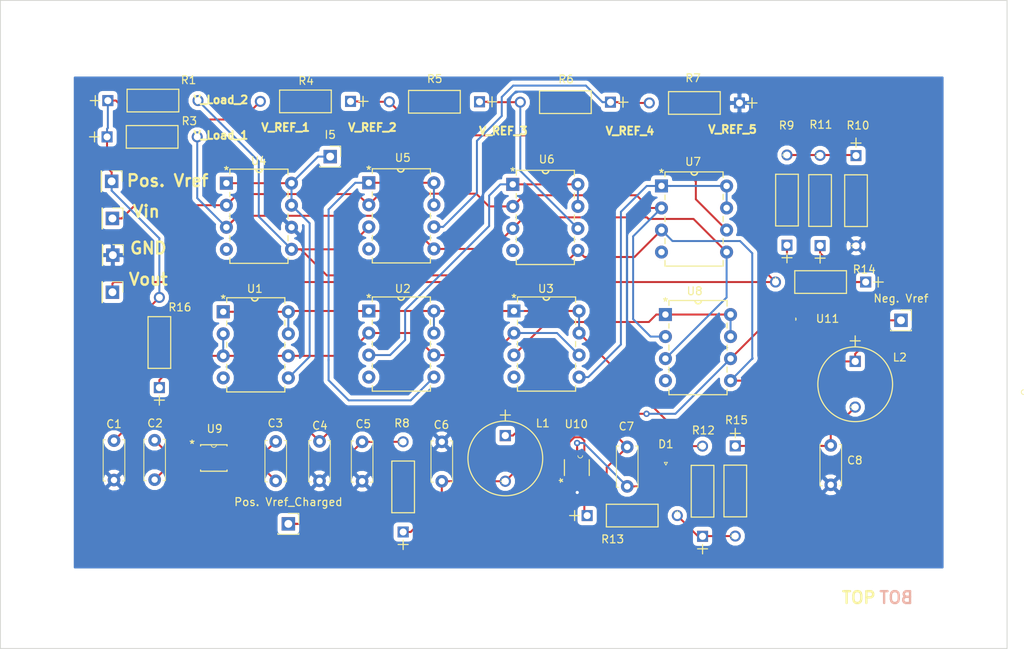
<source format=kicad_pcb>
(kicad_pcb (version 20171130) (host pcbnew "(5.0.1)-3")
  (layers (0 F.Cu signal) (31 B.Cu signal) (34 B.Paste user) (35 F.Paste user) (36 B.SilkS user) (37 F.SilkS user) (38 B.Mask user) (39 F.Mask user) (44 Edge.Cuts user))
  (net 0 "")
  (net 1 "Net-(C1-Pad1)")
  (net 2 GND)
  (net 3 "Net-(C2-Pad2)")
  (net 4 "Net-(C2-Pad1)")
  (net 5 "Net-(C3-Pad2)")
  (net 6 "Net-(C3-Pad1)")
  (net 7 /+Vref)
  (net 8 "Net-(C5-Pad1)")
  (net 9 "Net-(C6-Pad1)")
  (net 10 "Net-(C7-Pad1)")
  (net 11 "Net-(C7-Pad2)")
  (net 12 "Net-(C8-Pad1)")
  (net 13 "Net-(D1-Pad2)")
  (net 14 /Vin)
  (net 15 /-Vref)
  (net 16 /V_Load_2)
  (net 17 /V_Load_1)
  (net 18 /V_REF_2)
  (net 19 /V_REF_3)
  (net 20 /V_REF_4)
  (net 21 "Net-(R10-Pad1)")
  (net 22 "Net-(R11-Pad1)")
  (net 23 "Net-(R12-Pad1)")
  (net 24 "Net-(R13-Pad1)")
  (net 25 /Vout)
  (net 26 "Net-(U1-Pad4)")
  (net 27 "Net-(U2-Pad4)")
  (net 28 /I3)
  (net 29 /I1)
  (net 30 "Net-(U3-Pad4)")
  (net 31 /I2)
  (net 32 "Net-(U4-Pad4)")
  (net 33 "Net-(U5-Pad4)")
  (net 34 "Net-(U6-Pad4)")
  (net 35 "Net-(U7-Pad4)")
  (net 36 "Net-(U8-Pad4)")
  (net 37 /I5)
  (net 38 /I4)
  (net 39 /Vgate)
  (module footprints:ALD1101PAL (layer F.Cu) (at 113.9 53.2)
    (fp_text reference U7 (at -4.25 -11.45) (layer F.SilkS))
    (fp_text value ALD1101PAL hide)
    (fp_text user * (at -8.255 -9.9695) (layer F.SilkS))
    (pad 1 thru_hole rect (at -8.255 -8.382) (size 1.651 1.651) (drill 0.8128) (layers *.Cu *.Mask) (net 31 /I2))
    (pad 2 thru_hole circle (at -8.255 -5.588) (size 1.651 1.651) (drill 0.8128) (layers *.Cu *.Mask) (net 14 /Vin))
    (pad 3 thru_hole circle (at -8.255 -2.794) (size 1.651 1.651) (drill 0.8128) (layers *.Cu *.Mask) (net 16 /V_Load_2))
    (pad 4 thru_hole circle (at -8.255 0) (size 1.651 1.651) (drill 0.8128) (layers *.Cu *.Mask) (net 35 "Net-(U7-Pad4)"))
    (pad 5 thru_hole circle (at 0 0) (size 1.651 1.651) (drill 0.8128) (layers *.Cu *.Mask) (net 17 /V_Load_1))
    (pad 6 thru_hole circle (at 0 -2.794) (size 1.651 1.651) (drill 0.8128) (layers *.Cu *.Mask) (net 18 /V_REF_2))
    (pad 7 thru_hole circle (at 0 -5.588) (size 1.651 1.651) (drill 0.8128) (layers *.Cu *.Mask) (net 31 /I2))
    (pad 8 thru_hole circle (at 0 -8.382) (size 1.651 1.651) (drill 0.8128) (layers *.Cu *.Mask) (net 31 /I2))
  )
  (module footprints:large_resistor (layer F.Cu) (at 120.1 57 180)
    (fp_text reference R14 (at -11.25 1.6) (layer F.SilkS))
    (fp_text value 130k hide)
    (fp_text user * (at 0 0 180) (layer F.SilkS))
    (pad 1 thru_hole rect (at -11.43 0 180) (size 1.397 1.397) (drill 0.889) (layers *.Cu *.Mask) (net 22 "Net-(R11-Pad1)"))
    (pad 2 thru_hole circle (at 0 0 180) (size 1.397 1.397) (drill 0.889) (layers *.Cu *.Mask) (net 25 /Vout))
  )
  (module footprints:TLV6001IDCKR (layer F.Cu) (at 123.45 61.7 90)
    (fp_text reference U11 (at 0.05 3.25) (layer F.SilkS))
    (fp_text value TLV6001IDCKR hide)
    (pad 1 smd rect (at -1.0414 -0.6604 90) (size 1.1684 0.3556) (layers F.Cu F.Paste F.Mask) (net 16 /V_Load_2))
    (pad 2 smd rect (at -1.0414 0 90) (size 1.1684 0.3556) (layers F.Cu F.Paste F.Mask) (net 15 /-Vref))
    (pad 3 smd rect (at -1.0414 0.6604 90) (size 1.1684 0.3556) (layers F.Cu F.Paste F.Mask) (net 22 "Net-(R11-Pad1)"))
    (pad 4 smd rect (at 1.0414 0.6604 90) (size 1.1684 0.3556) (layers F.Cu F.Paste F.Mask) (net 25 /Vout))
    (pad 5 smd rect (at 1.0414 -0.6604 90) (size 1.1684 0.3556) (layers F.Cu F.Paste F.Mask) (net 7 /+Vref))
  )
  (module footprints:large_resistor (layer F.Cu) (at 121.55 40.9 90)
    (fp_text reference R9 (at 3.75 -0.05) (layer F.SilkS))
    (fp_text value 620 hide)
    (fp_text user * (at 0 0 90) (layer F.SilkS))
    (pad 1 thru_hole rect (at -11.43 0 90) (size 1.397 1.397) (drill 0.889) (layers *.Cu *.Mask) (net 7 /+Vref))
    (pad 2 thru_hole circle (at 0 0 90) (size 1.397 1.397) (drill 0.889) (layers *.Cu *.Mask) (net 21 "Net-(R10-Pad1)"))
  )
  (module Capacitor_THT:C_Disc_D5.0mm_W2.5mm_P5.00mm (layer F.Cu) (at 62.3 77.2 270)
    (fp_text reference C4 (at -2 -0.05) (layer F.SilkS))
    (fp_text value 10u)
    (pad 2 thru_hole circle (at 5 0 270) (size 1.6 1.6) (drill 0.8) (layers *.Cu *.Mask) (net 2 GND))
    (pad 1 thru_hole circle (at 0 0 270) (size 1.6 1.6) (drill 0.8) (layers *.Cu *.Mask) (net 7 /+Vref))
  )
  (module footprints:inductor (layer F.Cu) (at 85.85 82.25 270)
    (fp_text reference L1 (at -7.35 -4.75) (layer F.SilkS))
    (fp_text value 10u hide)
    (fp_text user * (at 0 0 270) (layer F.SilkS))
    (pad 1 thru_hole rect (at -5.7912 0 270) (size 1.4224 1.4224) (drill 0.9144) (layers *.Cu *.Mask) (net 11 "Net-(C7-Pad2)"))
    (pad 2 thru_hole circle (at 0 0 270) (size 1.4224 1.4224) (drill 0.9144) (layers *.Cu *.Mask) (net 9 "Net-(C6-Pad1)"))
  )
  (module footprints:large_resistor (layer F.Cu) (at 107.65 86.6)
    (fp_text reference R13 (at -8.2 3 180) (layer F.SilkS))
    (fp_text value 100k hide)
    (fp_text user * (at 0 0) (layer F.SilkS))
    (pad 1 thru_hole rect (at -11.43 0) (size 1.397 1.397) (drill 0.889) (layers *.Cu *.Mask) (net 24 "Net-(R13-Pad1)"))
    (pad 2 thru_hole circle (at 0 0) (size 1.397 1.397) (drill 0.889) (layers *.Cu *.Mask) (net 23 "Net-(R12-Pad1)"))
  )
  (module footprints:ALD1101PAL (layer F.Cu) (at 95.05 53)
    (fp_text reference U6 (at -3.95 -11.55) (layer F.SilkS))
    (fp_text value ALD1101PAL hide)
    (fp_text user * (at -8.255 -9.9695) (layer F.SilkS))
    (pad 1 thru_hole rect (at -8.255 -8.382) (size 1.651 1.651) (drill 0.8128) (layers *.Cu *.Mask) (net 28 /I3))
    (pad 2 thru_hole circle (at -8.255 -5.588) (size 1.651 1.651) (drill 0.8128) (layers *.Cu *.Mask) (net 14 /Vin))
    (pad 3 thru_hole circle (at -8.255 -2.794) (size 1.651 1.651) (drill 0.8128) (layers *.Cu *.Mask) (net 17 /V_Load_1))
    (pad 4 thru_hole circle (at -8.255 0) (size 1.651 1.651) (drill 0.8128) (layers *.Cu *.Mask) (net 34 "Net-(U6-Pad4)"))
    (pad 5 thru_hole circle (at 0 0) (size 1.651 1.651) (drill 0.8128) (layers *.Cu *.Mask) (net 16 /V_Load_2))
    (pad 6 thru_hole circle (at 0 -2.794) (size 1.651 1.651) (drill 0.8128) (layers *.Cu *.Mask) (net 19 /V_REF_3))
    (pad 7 thru_hole circle (at 0 -5.588) (size 1.651 1.651) (drill 0.8128) (layers *.Cu *.Mask) (net 28 /I3))
    (pad 8 thru_hole circle (at 0 -8.382) (size 1.651 1.651) (drill 0.8128) (layers *.Cu *.Mask) (net 28 /I3))
  )
  (module footprints:large_resistor (layer F.Cu) (at 42 58.95 90)
    (fp_text reference R16 (at -1.25 2.6 180) (layer F.SilkS))
    (fp_text value 15k hide)
    (pad 1 thru_hole rect (at -11.43 0 90) (size 1.397 1.397) (drill 0.889) (layers *.Cu *.Mask) (net 39 /Vgate))
    (pad 2 thru_hole circle (at 0 0 90) (size 1.397 1.397) (drill 0.889) (layers *.Cu *.Mask) (net 7 /+Vref))
  )
  (module footprints:ALD1101PAL (layer F.Cu) (at 58.75 52.85)
    (fp_text reference U4 (at -4.15 -11.2) (layer F.SilkS))
    (fp_text value ALD1101PAL hide)
    (fp_text user * (at -8.255 -9.9695) (layer F.SilkS))
    (pad 1 thru_hole rect (at -8.255 -8.382) (size 1.651 1.651) (drill 0.8128) (layers *.Cu *.Mask) (net 37 /I5))
    (pad 2 thru_hole circle (at -8.255 -5.588) (size 1.651 1.651) (drill 0.8128) (layers *.Cu *.Mask) (net 14 /Vin))
    (pad 3 thru_hole circle (at -8.255 -2.794) (size 1.651 1.651) (drill 0.8128) (layers *.Cu *.Mask) (net 17 /V_Load_1))
    (pad 4 thru_hole circle (at -8.255 0) (size 1.651 1.651) (drill 0.8128) (layers *.Cu *.Mask) (net 32 "Net-(U4-Pad4)"))
    (pad 5 thru_hole circle (at 0 0) (size 1.651 1.651) (drill 0.8128) (layers *.Cu *.Mask) (net 16 /V_Load_2))
    (pad 6 thru_hole circle (at 0 -2.794) (size 1.651 1.651) (drill 0.8128) (layers *.Cu *.Mask) (net 2 GND))
    (pad 7 thru_hole circle (at 0 -5.588) (size 1.651 1.651) (drill 0.8128) (layers *.Cu *.Mask) (net 37 /I5))
    (pad 8 thru_hole circle (at 0 -8.382) (size 1.651 1.651) (drill 0.8128) (layers *.Cu *.Mask) (net 37 /I5))
  )
  (module MountingHole:MountingHole_3mm (layer F.Cu) (at 27.35 26.9)
    (fp_text reference MHL4 hide)
    (fp_text value MH4)
    (pad "" np_thru_hole circle (at 0 0) (size 3.175 3.175) (drill 3.175) (layers *.Cu *.Mask))
  )
  (module MountingHole:MountingHole_3mm (layer F.Cu) (at 27.35 97.9)
    (fp_text reference MHL3 hide)
    (fp_text value MH3)
    (pad "" np_thru_hole circle (at 0 0) (size 3.175 3.175) (drill 3.175) (layers *.Cu *.Mask))
  )
  (module MountingHole:MountingHole_3mm (layer F.Cu) (at 143.85 97.9)
    (fp_text reference MHL2 hide)
    (fp_text value MH2)
    (pad "" np_thru_hole circle (at 0 0) (size 3.175 3.175) (drill 3.175) (layers *.Cu *.Mask))
  )
  (module MountingHole:MountingHole_3mm (layer F.Cu) (at 143.85 26.9)
    (fp_text reference MHL1 hide)
    (fp_text value MH1)
    (pad "" np_thru_hole circle (at 0 0) (size 3.175 3.175) (drill 3.175) (layers *.Cu *.Mask))
  )
  (module Capacitor_THT:C_Disc_D5.0mm_W2.5mm_P5.00mm (layer F.Cu) (at 36.25 77.1 270)
    (fp_text reference C1 (at -2.1 0) (layer F.SilkS))
    (fp_text value 10u)
    (pad 2 thru_hole circle (at 5 0 270) (size 1.6 1.6) (drill 0.8) (layers *.Cu *.Mask) (net 2 GND))
    (pad 1 thru_hole circle (at 0 0 270) (size 1.6 1.6) (drill 0.8) (layers *.Cu *.Mask) (net 1 "Net-(C1-Pad1)"))
  )
  (module Capacitor_THT:C_Disc_D5.0mm_W2.5mm_P5.00mm (layer F.Cu) (at 41.4 77.05 270)
    (fp_text reference C2 (at -2.15 -0.05) (layer F.SilkS))
    (fp_text value 1u)
    (pad 2 thru_hole circle (at 5 0 270) (size 1.6 1.6) (drill 0.8) (layers *.Cu *.Mask) (net 3 "Net-(C2-Pad2)"))
    (pad 1 thru_hole circle (at 0 0 270) (size 1.6 1.6) (drill 0.8) (layers *.Cu *.Mask) (net 4 "Net-(C2-Pad1)"))
  )
  (module Capacitor_THT:C_Disc_D5.0mm_W2.5mm_P5.00mm (layer F.Cu) (at 56.75 77.2 270)
    (fp_text reference C3 (at -2.3 0.05) (layer F.SilkS))
    (fp_text value 1u)
    (pad 2 thru_hole circle (at 5 0 270) (size 1.6 1.6) (drill 0.8) (layers *.Cu *.Mask) (net 5 "Net-(C3-Pad2)"))
    (pad 1 thru_hole circle (at 0 0 270) (size 1.6 1.6) (drill 0.8) (layers *.Cu *.Mask) (net 6 "Net-(C3-Pad1)"))
  )
  (module Capacitor_THT:C_Disc_D5.0mm_W2.5mm_P5.00mm (layer F.Cu) (at 67.7 77.25 270)
    (fp_text reference C5 (at -2.25 -0.15) (layer F.SilkS))
    (fp_text value 4.7u)
    (pad 2 thru_hole circle (at 5 0 270) (size 1.6 1.6) (drill 0.8) (layers *.Cu *.Mask) (net 2 GND))
    (pad 1 thru_hole circle (at 0 0 270) (size 1.6 1.6) (drill 0.8) (layers *.Cu *.Mask) (net 8 "Net-(C5-Pad1)"))
  )
  (module Capacitor_THT:C_Disc_D5.0mm_W2.5mm_P5.00mm (layer F.Cu) (at 77.8 82.25 90)
    (fp_text reference C6 (at 7.15 -0.05 180) (layer F.SilkS))
    (fp_text value 4.7u)
    (pad 2 thru_hole circle (at 5 0 90) (size 1.6 1.6) (drill 0.8) (layers *.Cu *.Mask) (net 2 GND))
    (pad 1 thru_hole circle (at 0 0 90) (size 1.6 1.6) (drill 0.8) (layers *.Cu *.Mask) (net 9 "Net-(C6-Pad1)"))
  )
  (module Capacitor_THT:C_Disc_D5.0mm_W2.5mm_P5.00mm (layer F.Cu) (at 101.3 82.9 90)
    (fp_text reference C7 (at 7.6 -0.1 180) (layer F.SilkS))
    (fp_text value 270n)
    (pad 2 thru_hole circle (at 5 0 90) (size 1.6 1.6) (drill 0.8) (layers *.Cu *.Mask) (net 11 "Net-(C7-Pad2)"))
    (pad 1 thru_hole circle (at 0 0 90) (size 1.6 1.6) (drill 0.8) (layers *.Cu *.Mask) (net 10 "Net-(C7-Pad1)"))
  )
  (module Capacitor_THT:C_Disc_D5.0mm_W2.5mm_P5.00mm (layer F.Cu) (at 127.1 77.7 270)
    (fp_text reference C8 (at 1.9 -3.05) (layer F.SilkS))
    (fp_text value 10u)
    (pad 2 thru_hole circle (at 5 0 270) (size 1.6 1.6) (drill 0.8) (layers *.Cu *.Mask) (net 2 GND))
    (pad 1 thru_hole circle (at 0 0 270) (size 1.6 1.6) (drill 0.8) (layers *.Cu *.Mask) (net 12 "Net-(C8-Pad1)"))
  )
  (module footprints:PMEG2005EB,115 (layer F.Cu) (at 106.2 80.05 270)
    (fp_text reference D1 (at -2.5 0) (layer F.SilkS))
    (fp_text value PMEG2005EB,115 hide)
    (pad 1 smd rect (at 0.55 0 270) (size 0.7 0.5) (layers F.Cu F.Paste F.Mask) (net 10 "Net-(C7-Pad1)"))
    (pad 2 smd rect (at -0.55 0 270) (size 0.7 0.5) (layers F.Cu F.Paste F.Mask) (net 13 "Net-(D1-Pad2)"))
  )
  (module Connector_PinHeader_2.54mm:PinHeader_1x01_P2.54mm_Vertical (layer F.Cu) (at 36.0516 48.9366 270)
    (fp_text reference J1 hide)
    (fp_text value Conn_01x01_Male)
    (pad 1 thru_hole rect (at 0 0 270) (size 1.7 1.7) (drill 1) (layers *.Cu *.Mask) (net 14 /Vin))
  )
  (module Connector_PinHeader_2.54mm:PinHeader_1x01_P2.54mm_Vertical (layer F.Cu) (at 35.9516 44.2366 270)
    (fp_text reference J2 hide)
    (fp_text value Conn_01x01_Male)
    (pad 1 thru_hole rect (at 0 0 270) (size 1.7 1.7) (drill 1) (layers *.Cu *.Mask) (net 7 /+Vref))
  )
  (module Connector_PinHeader_2.54mm:PinHeader_1x01_P2.54mm_Vertical (layer F.Cu) (at 36.0516 58.2866 270)
    (fp_text reference J3 hide)
    (fp_text value Conn_01x01_Male)
    (pad 1 thru_hole rect (at 0 0 270) (size 1.7 1.7) (drill 1) (layers *.Cu *.Mask) (net 25 /Vout))
  )
  (module Connector_PinHeader_2.54mm:PinHeader_1x01_P2.54mm_Vertical (layer F.Cu) (at 36.1016 53.5866 270)
    (fp_text reference J4 hide)
    (fp_text value Conn_01x01_Male)
    (pad 1 thru_hole rect (at 0 0 270) (size 1.7 1.7) (drill 1) (layers *.Cu *.Mask) (net 2 GND))
  )
  (module footprints:inductor (layer F.Cu) (at 130.2 72.85 270)
    (fp_text reference L2 (at -6.3 -5.65) (layer F.SilkS))
    (fp_text value 10u hide)
    (fp_text user * (at 0 0 270) (layer F.SilkS))
    (pad 1 thru_hole rect (at -5.7912 0 270) (size 1.4224 1.4224) (drill 0.9144) (layers *.Cu *.Mask) (net 15 /-Vref))
    (pad 2 thru_hole circle (at 0 0 270) (size 1.4224 1.4224) (drill 0.9144) (layers *.Cu *.Mask) (net 12 "Net-(C8-Pad1)"))
  )
  (module footprints:large_resistor (layer F.Cu) (at 46.9 34)
    (fp_text reference R1 (at -1.2 -2.6) (layer F.SilkS))
    (fp_text value 3k hide)
    (pad 1 thru_hole rect (at -11.43 0) (size 1.397 1.397) (drill 0.889) (layers *.Cu *.Mask) (net 7 /+Vref))
    (pad 2 thru_hole circle (at 0 0) (size 1.397 1.397) (drill 0.889) (layers *.Cu *.Mask) (net 16 /V_Load_2))
  )
  (module footprints:large_resistor (layer F.Cu) (at 46.8 38.6)
    (fp_text reference R3 (at -1 -2) (layer F.SilkS))
    (fp_text value 3k hide)
    (pad 1 thru_hole rect (at -11.43 0) (size 1.397 1.397) (drill 0.889) (layers *.Cu *.Mask) (net 7 /+Vref))
    (pad 2 thru_hole circle (at 0 0) (size 1.397 1.397) (drill 0.889) (layers *.Cu *.Mask) (net 17 /V_Load_1))
  )
  (module footprints:large_resistor (layer F.Cu) (at 54.8 34.1 180)
    (fp_text reference R4 (at -5.8 2.6 180) (layer F.SilkS))
    (fp_text value 1k hide)
    (pad 1 thru_hole rect (at -11.43 0 180) (size 1.397 1.397) (drill 0.889) (layers *.Cu *.Mask) (net 18 /V_REF_2))
    (pad 2 thru_hole circle (at 0 0 180) (size 1.397 1.397) (drill 0.889) (layers *.Cu *.Mask) (net 7 /+Vref))
  )
  (module footprints:large_resistor (layer F.Cu) (at 71.15 34.15 180)
    (fp_text reference R5 (at -5.75 2.9 180) (layer F.SilkS))
    (fp_text value 1k hide)
    (pad 1 thru_hole rect (at -11.43 0 180) (size 1.397 1.397) (drill 0.889) (layers *.Cu *.Mask) (net 19 /V_REF_3))
    (pad 2 thru_hole circle (at 0 0 180) (size 1.397 1.397) (drill 0.889) (layers *.Cu *.Mask) (net 18 /V_REF_2))
  )
  (module footprints:large_resistor (layer F.Cu) (at 87.75 34.2 180)
    (fp_text reference R6 (at -5.8 2.9 180) (layer F.SilkS))
    (fp_text value 1k hide)
    (pad 1 thru_hole rect (at -11.43 0 180) (size 1.397 1.397) (drill 0.889) (layers *.Cu *.Mask) (net 20 /V_REF_4))
    (pad 2 thru_hole circle (at 0 0 180) (size 1.397 1.397) (drill 0.889) (layers *.Cu *.Mask) (net 19 /V_REF_3))
  )
  (module footprints:large_resistor (layer F.Cu) (at 104.1 34.3 180)
    (fp_text reference R7 (at -5.55 3.15 180) (layer F.SilkS))
    (fp_text value 1k hide)
    (pad 1 thru_hole rect (at -11.43 0 180) (size 1.397 1.397) (drill 0.889) (layers *.Cu *.Mask) (net 2 GND))
    (pad 2 thru_hole circle (at 0 0 180) (size 1.397 1.397) (drill 0.889) (layers *.Cu *.Mask) (net 20 /V_REF_4))
  )
  (module footprints:large_resistor (layer F.Cu) (at 72.9 77.25 90)
    (fp_text reference R8 (at 2.35 -0.15 180) (layer F.SilkS))
    (fp_text value 10 hide)
    (fp_text user * (at 0 0 90) (layer F.SilkS))
    (pad 1 thru_hole rect (at -11.43 0 90) (size 1.397 1.397) (drill 0.889) (layers *.Cu *.Mask) (net 9 "Net-(C6-Pad1)"))
    (pad 2 thru_hole circle (at 0 0 90) (size 1.397 1.397) (drill 0.889) (layers *.Cu *.Mask) (net 8 "Net-(C5-Pad1)"))
  )
  (module footprints:large_resistor (layer F.Cu) (at 130.3 52.4 270)
    (fp_text reference R10 (at -15.25 -0.25 180) (layer F.SilkS))
    (fp_text value 510 hide)
    (fp_text user * (at 0 0 270) (layer F.SilkS))
    (pad 1 thru_hole rect (at -11.43 0 270) (size 1.397 1.397) (drill 0.889) (layers *.Cu *.Mask) (net 21 "Net-(R10-Pad1)"))
    (pad 2 thru_hole circle (at 0 0 270) (size 1.397 1.397) (drill 0.889) (layers *.Cu *.Mask) (net 2 GND))
  )
  (module footprints:large_resistor (layer F.Cu) (at 125.75 40.95 90)
    (fp_text reference R11 (at 3.9 0.1) (layer F.SilkS))
    (fp_text value 10k hide)
    (fp_text user * (at 0 0 90) (layer F.SilkS))
    (pad 1 thru_hole rect (at -11.43 0 90) (size 1.397 1.397) (drill 0.889) (layers *.Cu *.Mask) (net 22 "Net-(R11-Pad1)"))
    (pad 2 thru_hole circle (at 0 0 90) (size 1.397 1.397) (drill 0.889) (layers *.Cu *.Mask) (net 21 "Net-(R10-Pad1)"))
  )
  (module footprints:large_resistor (layer F.Cu) (at 110.85 77.8 90)
    (fp_text reference R12 (at 2 0.1 180) (layer F.SilkS))
    (fp_text value 10 hide)
    (fp_text user * (at 0 0 90) (layer F.SilkS))
    (pad 1 thru_hole rect (at -11.43 0 90) (size 1.397 1.397) (drill 0.889) (layers *.Cu *.Mask) (net 23 "Net-(R12-Pad1)"))
    (pad 2 thru_hole circle (at 0 0 90) (size 1.397 1.397) (drill 0.889) (layers *.Cu *.Mask) (net 13 "Net-(D1-Pad2)"))
  )
  (module footprints:large_resistor (layer F.Cu) (at 115 89.2 270)
    (fp_text reference R15 (at -14.7 -0.15) (layer F.SilkS))
    (fp_text value 1 hide)
    (fp_text user * (at 0 0 270) (layer F.SilkS))
    (pad 1 thru_hole rect (at -11.43 0 270) (size 1.397 1.397) (drill 0.889) (layers *.Cu *.Mask) (net 12 "Net-(C8-Pad1)"))
    (pad 2 thru_hole circle (at 0 0 270) (size 1.397 1.397) (drill 0.889) (layers *.Cu *.Mask) (net 23 "Net-(R12-Pad1)"))
  )
  (module footprints:ALD1101PAL (layer F.Cu) (at 58.35 69.15)
    (fp_text reference U1 (at -4.25 -11.3) (layer F.SilkS))
    (fp_text value ALD1101PAL hide)
    (fp_text user * (at -8.255 -9.9695) (layer F.SilkS))
    (pad 1 thru_hole rect (at -8.255 -8.382) (size 1.651 1.651) (drill 0.8128) (layers *.Cu *.Mask) (net 15 /-Vref))
    (pad 2 thru_hole circle (at -8.255 -5.588) (size 1.651 1.651) (drill 0.8128) (layers *.Cu *.Mask) (net 39 /Vgate))
    (pad 3 thru_hole circle (at -8.255 -2.794) (size 1.651 1.651) (drill 0.8128) (layers *.Cu *.Mask) (net 39 /Vgate))
    (pad 4 thru_hole circle (at -8.255 0) (size 1.651 1.651) (drill 0.8128) (layers *.Cu *.Mask) (net 26 "Net-(U1-Pad4)"))
    (pad 5 thru_hole circle (at 0 0) (size 1.651 1.651) (drill 0.8128) (layers *.Cu *.Mask) (net 37 /I5))
    (pad 6 thru_hole circle (at 0 -2.794) (size 1.651 1.651) (drill 0.8128) (layers *.Cu *.Mask) (net 39 /Vgate))
    (pad 7 thru_hole circle (at 0 -5.588) (size 1.651 1.651) (drill 0.8128) (layers *.Cu *.Mask) (net 15 /-Vref))
    (pad 8 thru_hole circle (at 0 -8.382) (size 1.651 1.651) (drill 0.8128) (layers *.Cu *.Mask) (net 15 /-Vref))
  )
  (module footprints:ALD1101PAL (layer F.Cu) (at 76.8 69.05)
    (fp_text reference U2 (at -3.95 -11.2) (layer F.SilkS))
    (fp_text value ALD1101PAL hide)
    (fp_text user * (at -8.255 -9.9695) (layer F.SilkS))
    (pad 1 thru_hole rect (at -8.255 -8.382) (size 1.651 1.651) (drill 0.8128) (layers *.Cu *.Mask) (net 15 /-Vref))
    (pad 2 thru_hole circle (at -8.255 -5.588) (size 1.651 1.651) (drill 0.8128) (layers *.Cu *.Mask) (net 39 /Vgate))
    (pad 3 thru_hole circle (at -8.255 -2.794) (size 1.651 1.651) (drill 0.8128) (layers *.Cu *.Mask) (net 28 /I3))
    (pad 4 thru_hole circle (at -8.255 0) (size 1.651 1.651) (drill 0.8128) (layers *.Cu *.Mask) (net 27 "Net-(U2-Pad4)"))
    (pad 5 thru_hole circle (at 0 0) (size 1.651 1.651) (drill 0.8128) (layers *.Cu *.Mask) (net 38 /I4))
    (pad 6 thru_hole circle (at 0 -2.794) (size 1.651 1.651) (drill 0.8128) (layers *.Cu *.Mask) (net 39 /Vgate))
    (pad 7 thru_hole circle (at 0 -5.588) (size 1.651 1.651) (drill 0.8128) (layers *.Cu *.Mask) (net 15 /-Vref))
    (pad 8 thru_hole circle (at 0 -8.382) (size 1.651 1.651) (drill 0.8128) (layers *.Cu *.Mask) (net 15 /-Vref))
  )
  (module footprints:ALD1101PAL (layer F.Cu) (at 95.2 69.05)
    (fp_text reference U3 (at -4.2 -11.2) (layer F.SilkS))
    (fp_text value ALD1101PAL hide)
    (fp_text user * (at -8.255 -9.9695) (layer F.SilkS))
    (pad 1 thru_hole rect (at -8.255 -8.382) (size 1.651 1.651) (drill 0.8128) (layers *.Cu *.Mask) (net 15 /-Vref))
    (pad 2 thru_hole circle (at -8.255 -5.588) (size 1.651 1.651) (drill 0.8128) (layers *.Cu *.Mask) (net 39 /Vgate))
    (pad 3 thru_hole circle (at -8.255 -2.794) (size 1.651 1.651) (drill 0.8128) (layers *.Cu *.Mask) (net 29 /I1))
    (pad 4 thru_hole circle (at -8.255 0) (size 1.651 1.651) (drill 0.8128) (layers *.Cu *.Mask) (net 30 "Net-(U3-Pad4)"))
    (pad 5 thru_hole circle (at 0 0) (size 1.651 1.651) (drill 0.8128) (layers *.Cu *.Mask) (net 31 /I2))
    (pad 6 thru_hole circle (at 0 -2.794) (size 1.651 1.651) (drill 0.8128) (layers *.Cu *.Mask) (net 39 /Vgate))
    (pad 7 thru_hole circle (at 0 -5.588) (size 1.651 1.651) (drill 0.8128) (layers *.Cu *.Mask) (net 15 /-Vref))
    (pad 8 thru_hole circle (at 0 -8.382) (size 1.651 1.651) (drill 0.8128) (layers *.Cu *.Mask) (net 15 /-Vref))
  )
  (module footprints:ALD1101PAL (layer F.Cu) (at 76.8 52.8)
    (fp_text reference U5 (at -3.95 -11.55) (layer F.SilkS))
    (fp_text value ALD1101PAL hide)
    (fp_text user * (at -8.255 -9.9695) (layer F.SilkS))
    (pad 1 thru_hole rect (at -8.255 -8.382) (size 1.651 1.651) (drill 0.8128) (layers *.Cu *.Mask) (net 38 /I4))
    (pad 2 thru_hole circle (at -8.255 -5.588) (size 1.651 1.651) (drill 0.8128) (layers *.Cu *.Mask) (net 14 /Vin))
    (pad 3 thru_hole circle (at -8.255 -2.794) (size 1.651 1.651) (drill 0.8128) (layers *.Cu *.Mask) (net 16 /V_Load_2))
    (pad 4 thru_hole circle (at -8.255 0) (size 1.651 1.651) (drill 0.8128) (layers *.Cu *.Mask) (net 33 "Net-(U5-Pad4)"))
    (pad 5 thru_hole circle (at 0 0) (size 1.651 1.651) (drill 0.8128) (layers *.Cu *.Mask) (net 17 /V_Load_1))
    (pad 6 thru_hole circle (at 0 -2.794) (size 1.651 1.651) (drill 0.8128) (layers *.Cu *.Mask) (net 20 /V_REF_4))
    (pad 7 thru_hole circle (at 0 -5.588) (size 1.651 1.651) (drill 0.8128) (layers *.Cu *.Mask) (net 38 /I4))
    (pad 8 thru_hole circle (at 0 -8.382) (size 1.651 1.651) (drill 0.8128) (layers *.Cu *.Mask) (net 38 /I4))
  )
  (module footprints:ALD1101PAL (layer F.Cu) (at 114.4 69.5)
    (fp_text reference U8 (at -4.55 -11.35) (layer F.SilkS))
    (fp_text value ALD1101PAL hide)
    (fp_text user * (at -8.255 -9.9695) (layer F.SilkS))
    (pad 1 thru_hole rect (at -8.255 -8.382) (size 1.651 1.651) (drill 0.8128) (layers *.Cu *.Mask) (net 29 /I1))
    (pad 2 thru_hole circle (at -8.255 -5.588) (size 1.651 1.651) (drill 0.8128) (layers *.Cu *.Mask) (net 14 /Vin))
    (pad 3 thru_hole circle (at -8.255 -2.794) (size 1.651 1.651) (drill 0.8128) (layers *.Cu *.Mask) (net 17 /V_Load_1))
    (pad 4 thru_hole circle (at -8.255 0) (size 1.651 1.651) (drill 0.8128) (layers *.Cu *.Mask) (net 36 "Net-(U8-Pad4)"))
    (pad 5 thru_hole circle (at 0 0) (size 1.651 1.651) (drill 0.8128) (layers *.Cu *.Mask) (net 16 /V_Load_2))
    (pad 6 thru_hole circle (at 0 -2.794) (size 1.651 1.651) (drill 0.8128) (layers *.Cu *.Mask) (net 7 /+Vref))
    (pad 7 thru_hole circle (at 0 -5.588) (size 1.651 1.651) (drill 0.8128) (layers *.Cu *.Mask) (net 29 /I1))
    (pad 8 thru_hole circle (at 0 -8.382) (size 1.651 1.651) (drill 0.8128) (layers *.Cu *.Mask) (net 29 /I1))
  )
  (module footprints:LTC1502CMS8-3.3-PBF (layer F.Cu) (at 48.9 79.3)
    (fp_text reference U9 (at 0.1 -3.7) (layer F.SilkS))
    (fp_text value LTC1502CMS8-3.3-PBF hide)
    (fp_text user * (at -2.7559 -1.7272) (layer F.SilkS))
    (pad 1 smd rect (at -2.2098 -0.974999) (size 1.397 0.4318) (layers F.Cu F.Paste F.Mask) (net 1 "Net-(C1-Pad1)"))
    (pad 2 smd rect (at -2.2098 -0.325001) (size 1.397 0.4318) (layers F.Cu F.Paste F.Mask) (net 4 "Net-(C2-Pad1)"))
    (pad 3 smd rect (at -2.2098 0.325001) (size 1.397 0.4318) (layers F.Cu F.Paste F.Mask) (net 3 "Net-(C2-Pad2)"))
    (pad 4 smd rect (at -2.2098 0.974999) (size 1.397 0.4318) (layers F.Cu F.Paste F.Mask) (net 2 GND))
    (pad 5 smd rect (at 2.2098 0.974999) (size 1.397 0.4318) (layers F.Cu F.Paste F.Mask) (net 7 /+Vref))
    (pad 6 smd rect (at 2.2098 0.325001) (size 1.397 0.4318) (layers F.Cu F.Paste F.Mask) (net 5 "Net-(C3-Pad2)"))
    (pad 7 smd rect (at 2.2098 -0.325001) (size 1.397 0.4318) (layers F.Cu F.Paste F.Mask) (net 6 "Net-(C3-Pad1)"))
    (pad 8 smd rect (at 2.2098 -0.974999) (size 1.397 0.4318) (layers F.Cu F.Paste F.Mask) (net 8 "Net-(C5-Pad1)"))
  )
  (module footprints:LT3483IS6-TRMPBF (layer F.Cu) (at 94.915942 80.521208 90)
    (fp_text reference U10 (at 5.521208 -0.065942) (layer F.SilkS))
    (fp_text value LT3483IS6-TRMPBF hide)
    (fp_text user * (at -1.6256 -1.6891 90) (layer F.SilkS))
    (pad 1 smd rect (at -1.143 -0.950001 90) (size 1.2192 0.508) (layers F.Cu F.Paste F.Mask) (net 11 "Net-(C7-Pad2)"))
    (pad 2 smd rect (at -1.143 0 90) (size 1.2192 0.508) (layers F.Cu F.Paste F.Mask) (net 2 GND))
    (pad 3 smd rect (at -1.143 0.950001 90) (size 1.2192 0.508) (layers F.Cu F.Paste F.Mask) (net 24 "Net-(R13-Pad1)"))
    (pad 4 smd rect (at 1.143 0.950001 90) (size 1.2192 0.508) (layers F.Cu F.Paste F.Mask) (net 9 "Net-(C6-Pad1)"))
    (pad 5 smd rect (at 1.143 0 90) (size 1.2192 0.508) (layers F.Cu F.Paste F.Mask) (net 10 "Net-(C7-Pad1)"))
    (pad 6 smd rect (at 1.143 -0.950001 90) (size 1.2192 0.508) (layers F.Cu F.Paste F.Mask) (net 9 "Net-(C6-Pad1)"))
  )
  (module Connector_PinSocket_2.54mm:PinSocket_1x01_P2.54mm_Vertical (layer F.Cu) (at 136 61.85)
    (fp_text reference "Neg. Vref" (at 0 -2.77) (layer F.SilkS))
    (fp_text value Conn_01x01_Male)
    (pad 1 thru_hole rect (at 0 0) (size 1.7 1.7) (drill 1) (layers *.Cu *.Mask) (net 15 /-Vref))
  )
  (module Connector_PinSocket_2.54mm:PinSocket_1x01_P2.54mm_Vertical (layer F.Cu) (at 63.65 41.1)
    (fp_text reference I5 (at 0 -2.77) (layer F.SilkS))
    (fp_text value Conn_01x01_Male hide)
    (pad 1 thru_hole rect (at 0 0) (size 1.7 1.7) (drill 1) (layers *.Cu *.Mask) (net 37 /I5))
  )
  (module Connector_PinSocket_2.54mm:PinSocket_1x01_P2.54mm_Vertical (layer F.Cu) (at 58.35 87.65)
    (fp_text reference "Pos. Vref_Charged" (at 0 -2.77) (layer F.SilkS))
    (fp_text value Conn_01x01_Male)
    (pad 1 thru_hole rect (at 0 0) (size 1.7 1.7) (drill 1) (layers *.Cu *.Mask) (net 8 "Net-(C5-Pad1)"))
  )
  (gr_line (start 21.85 103.45) (end 21.85 21.3) (layer Edge.Cuts) (width 0.1))
  (gr_line (start 149.45 103.45) (end 21.85 103.45) (layer Edge.Cuts) (width 0.1))
  (gr_line (start 149.45 21.3) (end 149.45 103.45) (layer Edge.Cuts) (width 0.1))
  (gr_line (start 21.85 21.3) (end 149.45 21.3) (layer Edge.Cuts) (width 0.1))
  (gr_arc (start 151.55 70.95) (end 151.55 70.65) (angle -180) (layer F.SilkS) (width 0.1))
  (gr_line (start 106.2 80.2) (end 106 79.85) (layer F.SilkS) (width 0.1))
  (gr_line (start 106.4 79.85) (end 106.2 80.2) (layer F.SilkS) (width 0.1))
  (gr_line (start 106 79.85) (end 106.4 79.85) (layer F.SilkS) (width 0.1))
  (gr_arc (start 48.9 77.6) (end 48.55 77.6) (angle -180) (layer F.SilkS) (width 0.1))
  (gr_arc (start 95.35 79) (end 95.05 79) (angle -180) (layer F.SilkS) (width 0.1))
  (gr_text V_Load_1 (at 49.8 38.4) (layer F.SilkS) (effects (font (size 1 1) (thickness 0.25))))
  (gr_text V_Load_2 (at 49.8 33.9) (layer F.SilkS) (effects (font (size 1 1) (thickness 0.25))))
  (gr_text V_REF_5 (at 114.65 37.65) (layer F.SilkS) (effects (font (size 1 1) (thickness 0.25))))
  (gr_text V_REF_4 (at 101.65 37.85) (layer F.SilkS) (effects (font (size 1 1) (thickness 0.25))))
  (gr_text V_REF_3 (at 85.6 37.85) (layer F.SilkS) (effects (font (size 1 1) (thickness 0.25))))
  (gr_text V_REF_2 (at 69 37.4) (layer F.SilkS) (effects (font (size 1 1) (thickness 0.25))))
  (gr_text V_REF_1 (at 58 37.4) (layer F.SilkS) (effects (font (size 1 1) (thickness 0.25))))
  (gr_text Vout (at 40.6 56.65) (layer F.SilkS) (effects (font (size 1.5 1.5) (thickness 0.3))))
  (gr_text GND (at 40.6 52.7) (layer F.SilkS) (effects (font (size 1.5 1.5) (thickness 0.3))))
  (gr_text Vin (at 40.35 48.05) (layer F.SilkS) (effects (font (size 1.5 1.5) (thickness 0.3))))
  (gr_text "Pos. Vref" (at 43.05 44.15) (layer F.SilkS) (effects (font (size 1.5 1.5) (thickness 0.3))))
  (gr_arc (start 109.8 43.05) (end 109.4 43.1) (angle -165.7499673) (layer F.SilkS) (width 0.2))
  (gr_arc (start 110.3 59.35) (end 109.9 59.4) (angle -165.7499673) (layer F.SilkS) (width 0.2))
  (gr_arc (start 91.05 58.9) (end 90.65 58.95) (angle -165.7499673) (layer F.SilkS) (width 0.2))
  (gr_arc (start 54.1 59) (end 53.7 59.05) (angle -165.7499673) (layer F.SilkS) (width 0.2))
  (gr_arc (start 90.95 42.85) (end 90.55 42.9) (angle -165.7499673) (layer F.SilkS) (width 0.2))
  (gr_arc (start 72.6 42.65) (end 72.2 42.7) (angle -165.7499673) (layer F.SilkS) (width 0.2))
  (gr_arc (start 54.65 42.7) (end 54.25 42.75) (angle -165.7499673) (layer F.SilkS) (width 0.2))
  (gr_arc (start 72.65 58.9) (end 72.25 58.95) (angle -165.7499673) (layer F.SilkS) (width 0.2))
  (gr_text BOT (at 135.4 97) (layer B.SilkS) (effects (font (size 1.5 1.5) (thickness 0.3)) (justify mirror)))
  (gr_text TOP (at 130.65 97) (layer F.SilkS) (effects (font (size 1.5 1.5) (thickness 0.3))))
  (segment (start 46.6902 77.859101) (end 46.6902 78.325001) (width 0.25) (layer F.Cu) (net 1))
  (segment (start 42.431099 73.6) (end 46.6902 77.859101) (width 0.25) (layer F.Cu) (net 1))
  (segment (start 39.75 73.6) (end 42.431099 73.6) (width 0.25) (layer F.Cu) (net 1))
  (segment (start 36.25 77.1) (end 39.75 73.6) (width 0.25) (layer F.Cu) (net 1))
  (segment (start 62.35 82.25) (end 62.3 82.2) (width 0.25) (layer F.Cu) (net 2))
  (segment (start 126.7477 82.7) (end 127.1 82.7) (width 0.25) (layer F.Cu) (net 2))
  (segment (start 36.25 82.1) (end 36.25 82.2) (width 0.25) (layer F.Cu) (net 2))
  (segment (start 58.656 50.15) (end 58.75 50.056) (width 0.25) (layer F.Cu) (net 2))
  (segment (start 46.6902 83.2598) (end 46.6902 80.274999) (width 0.25) (layer F.Cu) (net 2))
  (segment (start 44.85 85.1) (end 46.6902 83.2598) (width 0.25) (layer F.Cu) (net 2))
  (segment (start 36.25 82.1) (end 39.25 85.1) (width 0.25) (layer F.Cu) (net 2))
  (segment (start 39.25 85.1) (end 44.85 85.1) (width 0.25) (layer F.Cu) (net 2))
  (segment (start 94.915942 81.664208) (end 94.915942 83.621208) (width 0.25) (layer F.Cu) (net 2))
  (segment (start 94.915942 83.621208) (end 94.965942 83.671208) (width 0.25) (layer F.Cu) (net 2))
  (via (at 94.965942 83.671208) (size 0.8) (drill 0.4) (layers F.Cu B.Cu) (net 2))
  (segment (start 46.6902 79.625) (end 43.825 79.625) (width 0.25) (layer F.Cu) (net 3))
  (segment (start 43.825 79.625) (end 41.4 82.05) (width 0.25) (layer F.Cu) (net 3))
  (segment (start 46.6902 78.975) (end 43.325 78.975) (width 0.25) (layer F.Cu) (net 4))
  (segment (start 43.325 78.975) (end 41.4 77.05) (width 0.25) (layer F.Cu) (net 4))
  (segment (start 51.1098 79.625) (end 54.175 79.625) (width 0.25) (layer F.Cu) (net 5))
  (segment (start 54.175 79.625) (end 56.75 82.2) (width 0.25) (layer F.Cu) (net 5))
  (segment (start 54.975001 78.974999) (end 56.75 77.2) (width 0.25) (layer F.Cu) (net 6))
  (segment (start 51.1098 78.974999) (end 54.975001 78.974999) (width 0.25) (layer F.Cu) (net 6))
  (segment (start 35.9516 44.2366) (end 35.9516 43.0613) (width 0.25) (layer F.Cu) (net 7))
  (segment (start 35.9516 43.0613) (end 35.37 42.4797) (width 0.25) (layer F.Cu) (net 7))
  (segment (start 35.37 42.4797) (end 35.37 38.6) (width 0.25) (layer F.Cu) (net 7))
  (segment (start 35.47 34) (end 36.4938 34) (width 0.25) (layer F.Cu) (net 7))
  (segment (start 54.8 34.1) (end 53.8762 35.0238) (width 0.25) (layer F.Cu) (net 7))
  (segment (start 37.5176 35.0238) (end 36.4938 34) (width 0.25) (layer F.Cu) (net 7))
  (segment (start 35.37 38.6) (end 35.37 37.5762) (width 0.25) (layer B.Cu) (net 7))
  (segment (start 35.37 37.5762) (end 35.47 37.4762) (width 0.25) (layer B.Cu) (net 7))
  (segment (start 35.47 37.4762) (end 35.47 34) (width 0.25) (layer B.Cu) (net 7))
  (segment (start 42 58.95) (end 42 51.4603) (width 0.25) (layer B.Cu) (net 7))
  (segment (start 42 51.4603) (end 35.9516 45.4119) (width 0.25) (layer B.Cu) (net 7))
  (segment (start 35.9516 44.2366) (end 35.9516 45.4119) (width 0.25) (layer B.Cu) (net 7))
  (segment (start 37.5176 35.0238) (end 37.5238 35.0238) (width 0.25) (layer F.Cu) (net 7))
  (segment (start 37.5238 35.0238) (end 38.9 36.4) (width 0.25) (layer F.Cu) (net 7))
  (segment (start 52.5 36.4) (end 53.8762 35.0238) (width 0.25) (layer F.Cu) (net 7))
  (segment (start 38.9 36.4) (end 52.5 36.4) (width 0.25) (layer F.Cu) (net 7))
  (segment (start 62.3 77.2) (end 58.85 73.75) (width 0.25) (layer F.Cu) (net 7))
  (segment (start 58.85 73.75) (end 52.5002 73.75) (width 0.25) (layer F.Cu) (net 7))
  (segment (start 62.3 77.2) (end 65.8 73.7) (width 0.25) (layer F.Cu) (net 7))
  (segment (start 65.8 73.7) (end 103.75 73.7) (width 0.25) (layer F.Cu) (net 7))
  (segment (start 103.75 73.7) (end 103.75 73.7) (width 0.25) (layer F.Cu) (net 7))
  (via (at 103.75 73.7) (size 0.8) (drill 0.4) (layers F.Cu B.Cu) (net 7))
  (segment (start 107.406 73.7) (end 114.4 66.706) (width 0.25) (layer B.Cu) (net 7))
  (segment (start 103.75 73.7) (end 107.406 73.7) (width 0.25) (layer B.Cu) (net 7))
  (segment (start 50.1613 80.274999) (end 51.1098 80.274999) (width 0.25) (layer F.Cu) (net 7))
  (segment (start 48.9 79.013699) (end 50.1613 80.274999) (width 0.25) (layer F.Cu) (net 7))
  (segment (start 37.1 63.85) (end 37.1 71.1) (width 0.25) (layer F.Cu) (net 7))
  (segment (start 37.1 71.1) (end 38.7 72.7) (width 0.25) (layer F.Cu) (net 7))
  (segment (start 42 58.95) (end 37.1 63.85) (width 0.25) (layer F.Cu) (net 7))
  (segment (start 38.7 72.7) (end 44.3 72.7) (width 0.25) (layer F.Cu) (net 7))
  (segment (start 44.3 72.7) (end 48.9 77.3) (width 0.25) (layer F.Cu) (net 7))
  (segment (start 48.9 77.3) (end 48.9 79.013699) (width 0.25) (layer F.Cu) (net 7))
  (segment (start 48.9502 77.3) (end 52.5002 73.75) (width 0.25) (layer F.Cu) (net 7))
  (segment (start 48.9 77.3) (end 48.9502 77.3) (width 0.25) (layer F.Cu) (net 7))
  (segment (start 114.4 66.706) (end 120.4474 60.6586) (width 0.25) (layer F.Cu) (net 7))
  (segment (start 121.55 53.2785) (end 121.55 60.6586) (width 0.25) (layer F.Cu) (net 7))
  (segment (start 121.55 52.33) (end 121.55 53.2785) (width 0.25) (layer F.Cu) (net 7))
  (segment (start 120.4474 60.6586) (end 121.55 60.6586) (width 0.25) (layer F.Cu) (net 7))
  (segment (start 121.55 60.6586) (end 122.7896 60.6586) (width 0.25) (layer F.Cu) (net 7))
  (segment (start 72.9 77.25) (end 67.7 77.25) (width 0.25) (layer F.Cu) (net 8))
  (segment (start 66.5707 78.3793) (end 67.7 77.25) (width 0.25) (layer F.Cu) (net 8))
  (segment (start 59.45 87.65) (end 58.35 87.65) (width 0.25) (layer F.Cu) (net 8))
  (segment (start 65.25 79.7) (end 65.25 83.6) (width 0.25) (layer F.Cu) (net 8))
  (segment (start 65.25 83.6) (end 61.2 87.65) (width 0.25) (layer F.Cu) (net 8))
  (segment (start 51.1098 78.325001) (end 51.5924 78.325001) (width 0.25) (layer F.Cu) (net 8))
  (segment (start 65.4 79.55) (end 65.45 79.5) (width 0.25) (layer F.Cu) (net 8))
  (segment (start 65.25 79.7) (end 65.45 79.5) (width 0.25) (layer F.Cu) (net 8))
  (segment (start 65.45 79.5) (end 66.5707 78.3793) (width 0.25) (layer F.Cu) (net 8))
  (segment (start 60 87.65) (end 58.35 87.65) (width 0.25) (layer F.Cu) (net 8))
  (segment (start 61.2 87.65) (end 60 87.65) (width 0.25) (layer F.Cu) (net 8))
  (segment (start 51.1098 78.325001) (end 51.1098 77.859101) (width 0.25) (layer F.Cu) (net 8))
  (segment (start 51.1098 77.859101) (end 53.918901 75.05) (width 0.25) (layer F.Cu) (net 8))
  (segment (start 53.918901 75.05) (end 58.15 75.05) (width 0.25) (layer F.Cu) (net 8))
  (segment (start 60 76.9) (end 60 87.65) (width 0.25) (layer F.Cu) (net 8))
  (segment (start 58.15 75.05) (end 60 76.9) (width 0.25) (layer F.Cu) (net 8))
  (segment (start 93.965942 79.366208) (end 93.965942 78.996608) (width 0.25) (layer F.Cu) (net 9))
  (segment (start 93.965942 79.378208) (end 93.965942 79.366208) (width 0.25) (layer F.Cu) (net 9))
  (segment (start 77.8 83.38137) (end 77.8 82.25) (width 0.25) (layer F.Cu) (net 9))
  (segment (start 77.8 84.7285) (end 77.8 83.38137) (width 0.25) (layer F.Cu) (net 9))
  (segment (start 73.8485 88.68) (end 77.8 84.7285) (width 0.25) (layer F.Cu) (net 9))
  (segment (start 72.9 88.68) (end 73.8485 88.68) (width 0.25) (layer F.Cu) (net 9))
  (segment (start 77.8 82.25) (end 85.85 82.25) (width 0.25) (layer F.Cu) (net 9))
  (segment (start 93.965941 79.733808) (end 93.965941 79.378208) (width 0.25) (layer F.Cu) (net 9))
  (segment (start 88.721792 79.378208) (end 85.85 82.25) (width 0.25) (layer F.Cu) (net 9))
  (segment (start 93.965941 79.378208) (end 88.721792 79.378208) (width 0.25) (layer F.Cu) (net 9))
  (segment (start 94.601999 76.674999) (end 95.424999 76.674999) (width 0.25) (layer F.Cu) (net 9))
  (segment (start 93.965941 79.378208) (end 93.965941 77.311057) (width 0.25) (layer F.Cu) (net 9))
  (segment (start 93.965941 77.311057) (end 94.601999 76.674999) (width 0.25) (layer F.Cu) (net 9))
  (segment (start 95.865943 77.115943) (end 95.865943 79.378208) (width 0.25) (layer F.Cu) (net 9))
  (segment (start 95.424999 76.674999) (end 95.865943 77.115943) (width 0.25) (layer F.Cu) (net 9))
  (segment (start 106.2 80.6) (end 105.6247 80.6) (width 0.25) (layer F.Cu) (net 10))
  (segment (start 101.3 82.9) (end 103.3247 82.9) (width 0.25) (layer F.Cu) (net 10))
  (segment (start 103.3247 82.9) (end 105.6247 80.6) (width 0.25) (layer F.Cu) (net 10))
  (segment (start 94.915942 78.518608) (end 94.95 78.05) (width 0.25) (layer F.Cu) (net 10))
  (segment (start 94.915942 79.378208) (end 94.915942 78.518608) (width 0.25) (layer F.Cu) (net 10))
  (segment (start 94.95 78.48455) (end 94.95 78.05) (width 0.25) (layer F.Cu) (net 10))
  (segment (start 94.95 78.05) (end 94.95 78.48455) (width 0.25) (layer F.Cu) (net 10))
  (via (at 94.95 77.4) (size 0.8) (drill 0.4) (layers F.Cu B.Cu) (net 10))
  (segment (start 94.95 78.05) (end 94.95 77.4) (width 0.25) (layer F.Cu) (net 10))
  (segment (start 95.8 77.4) (end 94.95 77.4) (width 0.25) (layer B.Cu) (net 10))
  (segment (start 101.3 82.9) (end 95.8 77.4) (width 0.25) (layer B.Cu) (net 10))
  (segment (start 100.500001 77.100001) (end 101.3 77.9) (width 0.25) (layer F.Cu) (net 11))
  (segment (start 99.62499 76.22499) (end 100.500001 77.100001) (width 0.25) (layer F.Cu) (net 11))
  (segment (start 87.04501 76.22499) (end 99.62499 76.22499) (width 0.25) (layer F.Cu) (net 11))
  (segment (start 86.8112 76.4588) (end 87.04501 76.22499) (width 0.25) (layer F.Cu) (net 11))
  (segment (start 85.85 76.4588) (end 86.8112 76.4588) (width 0.25) (layer F.Cu) (net 11))
  (segment (start 98.7 80.5) (end 101.3 77.9) (width 0.25) (layer F.Cu) (net 11))
  (segment (start 98.7 88.6) (end 98.7 80.5) (width 0.25) (layer F.Cu) (net 11))
  (segment (start 93.965941 82.523808) (end 93.95 82.539749) (width 0.25) (layer F.Cu) (net 11))
  (segment (start 93.965941 81.664208) (end 93.965941 82.523808) (width 0.25) (layer F.Cu) (net 11))
  (segment (start 93.95 88.6) (end 95.35 90) (width 0.25) (layer F.Cu) (net 11))
  (segment (start 93.95 82.539749) (end 93.95 88.6) (width 0.25) (layer F.Cu) (net 11))
  (segment (start 95.35 90) (end 97.3 90) (width 0.25) (layer F.Cu) (net 11))
  (segment (start 97.3 90) (end 98.7 88.6) (width 0.25) (layer F.Cu) (net 11))
  (segment (start 127.07 77.67) (end 127.1 77.7) (width 0.25) (layer B.Cu) (net 12))
  (segment (start 127.1 75.95) (end 127.1 77.7) (width 0.25) (layer F.Cu) (net 12))
  (segment (start 130.2 72.85) (end 127.1 75.95) (width 0.25) (layer F.Cu) (net 12))
  (segment (start 127.03 77.77) (end 127.1 77.7) (width 0.25) (layer F.Cu) (net 12))
  (segment (start 115 77.77) (end 127.03 77.77) (width 0.25) (layer F.Cu) (net 12))
  (segment (start 106.2 79.5) (end 106.7753 79.5) (width 0.25) (layer F.Cu) (net 13))
  (segment (start 110.85 77.8) (end 108.4753 77.8) (width 0.25) (layer F.Cu) (net 13))
  (segment (start 108.4753 77.8) (end 106.7753 79.5) (width 0.25) (layer F.Cu) (net 13))
  (segment (start 50.495 47.262) (end 38.9015 47.262) (width 0.25) (layer F.Cu) (net 14))
  (segment (start 38.9015 47.262) (end 37.2269 48.9366) (width 0.25) (layer F.Cu) (net 14))
  (segment (start 36.0516 48.9366) (end 37.2269 48.9366) (width 0.25) (layer F.Cu) (net 14))
  (segment (start 51.907 45.85) (end 50.495 47.262) (width 0.25) (layer F.Cu) (net 14))
  (segment (start 68.545 47.212) (end 67.06079 45.85) (width 0.25) (layer F.Cu) (net 14))
  (segment (start 67.06079 45.85) (end 51.907 45.85) (width 0.25) (layer F.Cu) (net 14))
  (segment (start 106.145 63.912) (end 104.262 63.912) (width 0.25) (layer B.Cu) (net 14))
  (segment (start 104.262 63.912) (end 102.05 61.7) (width 0.25) (layer B.Cu) (net 14))
  (segment (start 102.05 51.207) (end 105.645 47.612) (width 0.25) (layer B.Cu) (net 14))
  (segment (start 102.05 61.7) (end 102.05 51.207) (width 0.25) (layer B.Cu) (net 14))
  (segment (start 104.1 47.612) (end 105.645 47.612) (width 0.25) (layer F.Cu) (net 14))
  (segment (start 102.488 46) (end 104.1 47.612) (width 0.25) (layer F.Cu) (net 14))
  (segment (start 88.2 46) (end 102.488 46) (width 0.25) (layer F.Cu) (net 14))
  (segment (start 87.620499 46.579501) (end 88.2 46) (width 0.25) (layer F.Cu) (net 14))
  (segment (start 87.620499 46.586501) (end 87.620499 46.579501) (width 0.25) (layer F.Cu) (net 14))
  (segment (start 86.795 47.412) (end 87.620499 46.586501) (width 0.25) (layer F.Cu) (net 14))
  (segment (start 69.957 45.8) (end 68.545 47.212) (width 0.25) (layer F.Cu) (net 14))
  (segment (start 82.16359 45.8) (end 69.957 45.8) (width 0.25) (layer F.Cu) (net 14))
  (segment (start 86.795 47.412) (end 83.77559 47.412) (width 0.25) (layer F.Cu) (net 14))
  (segment (start 83.77559 47.412) (end 82.16359 45.8) (width 0.25) (layer F.Cu) (net 14))
  (segment (start 86.945 60.668) (end 88.0958 60.668) (width 0.25) (layer B.Cu) (net 15))
  (segment (start 95.2 60.668) (end 95.2 63.462) (width 0.25) (layer B.Cu) (net 15))
  (segment (start 58.35 60.768) (end 51.2458 60.768) (width 0.25) (layer F.Cu) (net 15))
  (segment (start 68.545 60.668) (end 58.45 60.668) (width 0.25) (layer F.Cu) (net 15))
  (segment (start 58.45 60.668) (end 58.35 60.768) (width 0.25) (layer F.Cu) (net 15))
  (segment (start 50.095 60.768) (end 51.2458 60.768) (width 0.25) (layer F.Cu) (net 15))
  (segment (start 58.35 60.768) (end 58.35 63.562) (width 0.25) (layer B.Cu) (net 15))
  (segment (start 76.8 60.668) (end 68.545 60.668) (width 0.25) (layer F.Cu) (net 15))
  (segment (start 86.945 60.668) (end 76.8 60.668) (width 0.25) (layer F.Cu) (net 15))
  (segment (start 76.8 60.668) (end 76.8 63.462) (width 0.25) (layer B.Cu) (net 15))
  (segment (start 107.0576 75.3196) (end 95.2 63.462) (width 0.25) (layer F.Cu) (net 15))
  (segment (start 88.0205 60.668) (end 95.2 60.668) (width 0.25) (layer F.Cu) (net 15))
  (segment (start 86.945 60.668) (end 88.0205 60.668) (width 0.25) (layer F.Cu) (net 15))
  (segment (start 123.45 62.7414) (end 123.45 63.7196) (width 0.25) (layer F.Cu) (net 15))
  (segment (start 134.9 61.85) (end 136 61.85) (width 0.25) (layer F.Cu) (net 15))
  (segment (start 134.4476 61.85) (end 134.9 61.85) (width 0.25) (layer F.Cu) (net 15))
  (segment (start 130.2 66.0976) (end 134.4476 61.85) (width 0.25) (layer F.Cu) (net 15))
  (segment (start 130.2 67.0588) (end 130.2 66.0976) (width 0.25) (layer F.Cu) (net 15))
  (segment (start 126.9332 67.0588) (end 123.45 63.5756) (width 0.25) (layer F.Cu) (net 15))
  (segment (start 130.2 67.0588) (end 126.9332 67.0588) (width 0.25) (layer F.Cu) (net 15))
  (segment (start 111.706 75.3196) (end 111.55 75.3196) (width 0.25) (layer F.Cu) (net 15))
  (segment (start 123.45 63.5756) (end 111.706 75.3196) (width 0.25) (layer F.Cu) (net 15))
  (segment (start 123.45 62.7414) (end 123.45 63.5756) (width 0.25) (layer F.Cu) (net 15))
  (segment (start 111.55 75.3196) (end 107.0576 75.3196) (width 0.25) (layer F.Cu) (net 15))
  (segment (start 65.701 52.85) (end 68.545 50.006) (width 0.25) (layer F.Cu) (net 16))
  (segment (start 58.75 52.85) (end 65.701 52.85) (width 0.25) (layer F.Cu) (net 16))
  (segment (start 117.15 66.75) (end 117.15 66.75) (width 0.25) (layer B.Cu) (net 16))
  (segment (start 117.15 53.35) (end 117.15 66.75) (width 0.25) (layer B.Cu) (net 16))
  (segment (start 115.603 51.803) (end 117.15 53.35) (width 0.25) (layer B.Cu) (net 16))
  (segment (start 105.645 50.406) (end 107.042 51.803) (width 0.25) (layer B.Cu) (net 16))
  (segment (start 107.042 51.803) (end 115.603 51.803) (width 0.25) (layer B.Cu) (net 16))
  (segment (start 117.2 66.65) (end 114.4 69.5) (width 0.25) (layer B.Cu) (net 16))
  (segment (start 117.15 66.75) (end 117.2 66.65) (width 0.25) (layer B.Cu) (net 16))
  (segment (start 122.7896 63.1478) (end 122.7896 62.7414) (width 0.25) (layer F.Cu) (net 16))
  (segment (start 116.4374 69.5) (end 122.7896 63.1478) (width 0.25) (layer F.Cu) (net 16))
  (segment (start 114.4 69.5) (end 116.4374 69.5) (width 0.25) (layer F.Cu) (net 16))
  (segment (start 104.819501 51.231499) (end 105.645 50.406) (width 0.25) (layer F.Cu) (net 16))
  (segment (start 102.225501 53.825499) (end 104.819501 51.231499) (width 0.25) (layer F.Cu) (net 16))
  (segment (start 95.875499 53.825499) (end 102.225501 53.825499) (width 0.25) (layer F.Cu) (net 16))
  (segment (start 95.05 53) (end 95.875499 53.825499) (width 0.25) (layer F.Cu) (net 16))
  (segment (start 59.917433 52.85) (end 63.217433 56.15) (width 0.25) (layer F.Cu) (net 16))
  (segment (start 58.75 52.85) (end 59.917433 52.85) (width 0.25) (layer F.Cu) (net 16))
  (segment (start 91.9 56.15) (end 95.05 53) (width 0.25) (layer F.Cu) (net 16))
  (segment (start 63.217433 56.15) (end 91.9 56.15) (width 0.25) (layer F.Cu) (net 16))
  (segment (start 56 50.1) (end 58.75 52.85) (width 0.25) (layer B.Cu) (net 16))
  (segment (start 46.9 34) (end 54.6 41.7) (width 0.25) (layer B.Cu) (net 16))
  (segment (start 54.6 48.7) (end 56 50.1) (width 0.25) (layer B.Cu) (net 16))
  (segment (start 54.6 41.7) (end 54.6 48.7) (width 0.25) (layer B.Cu) (net 16))
  (segment (start 50.495 50.056) (end 46.8 46.361) (width 0.25) (layer B.Cu) (net 17))
  (segment (start 46.8 46.361) (end 46.8 38.6) (width 0.25) (layer B.Cu) (net 17))
  (segment (start 51.6959 48.8551) (end 50.495 50.056) (width 0.25) (layer F.Cu) (net 17))
  (segment (start 76.8 52.8) (end 84.201 52.8) (width 0.25) (layer F.Cu) (net 17))
  (segment (start 84.201 52.8) (end 86.795 50.206) (width 0.25) (layer F.Cu) (net 17))
  (segment (start 73 49) (end 76.8 52.8) (width 0.25) (layer F.Cu) (net 17))
  (segment (start 72.6 48.6) (end 73 49) (width 0.25) (layer F.Cu) (net 17))
  (segment (start 51.951 48.6) (end 72.6 48.6) (width 0.25) (layer F.Cu) (net 17))
  (segment (start 50.495 50.056) (end 51.951 48.6) (width 0.25) (layer F.Cu) (net 17))
  (segment (start 113.9 58.951) (end 113.9 53.2) (width 0.25) (layer B.Cu) (net 17))
  (segment (start 106.145 66.706) (end 113.9 58.951) (width 0.25) (layer B.Cu) (net 17))
  (segment (start 103.95 48.95) (end 104 49) (width 0.25) (layer F.Cu) (net 17))
  (segment (start 103.8 48.8) (end 104 49) (width 0.25) (layer F.Cu) (net 17))
  (segment (start 88.2 48.8) (end 103.8 48.8) (width 0.25) (layer F.Cu) (net 17))
  (segment (start 87.620499 49.379501) (end 88.2 48.8) (width 0.25) (layer F.Cu) (net 17))
  (segment (start 86.795 50.206) (end 87.620499 49.380501) (width 0.25) (layer F.Cu) (net 17))
  (segment (start 87.620499 49.380501) (end 87.620499 49.379501) (width 0.25) (layer F.Cu) (net 17))
  (segment (start 109.7 49) (end 113.9 53.2) (width 0.25) (layer F.Cu) (net 17))
  (segment (start 104 49) (end 109.7 49) (width 0.25) (layer F.Cu) (net 17))
  (segment (start 71.15 34.15) (end 67.3038 34.15) (width 0.25) (layer F.Cu) (net 18))
  (segment (start 67.3038 34.15) (end 67.2538 34.1) (width 0.25) (layer F.Cu) (net 18))
  (segment (start 66.23 34.1) (end 67.2538 34.1) (width 0.25) (layer F.Cu) (net 18))
  (segment (start 71.15 34.15) (end 75.4 38.4) (width 0.25) (layer F.Cu) (net 18))
  (segment (start 75.4 38.4) (end 104.15 38.4) (width 0.25) (layer F.Cu) (net 18))
  (segment (start 104.15 38.4) (end 110 44.25) (width 0.25) (layer F.Cu) (net 18))
  (segment (start 110 46.506) (end 113.9 50.406) (width 0.25) (layer F.Cu) (net 18))
  (segment (start 110 44.25) (end 110 46.506) (width 0.25) (layer F.Cu) (net 18))
  (segment (start 95.05 50.206) (end 87.75 42.906) (width 0.25) (layer B.Cu) (net 19))
  (segment (start 87.75 42.906) (end 87.75 34.2) (width 0.25) (layer B.Cu) (net 19))
  (segment (start 82.58 34.15) (end 83.6038 34.15) (width 0.25) (layer F.Cu) (net 19))
  (segment (start 87.75 34.2) (end 83.6538 34.2) (width 0.25) (layer F.Cu) (net 19))
  (segment (start 83.6538 34.2) (end 83.6038 34.15) (width 0.25) (layer F.Cu) (net 19))
  (segment (start 99.18 34.2) (end 100.2038 34.2) (width 0.25) (layer F.Cu) (net 20))
  (segment (start 104.1 34.3) (end 100.3038 34.3) (width 0.25) (layer F.Cu) (net 20))
  (segment (start 100.3038 34.3) (end 100.2038 34.2) (width 0.25) (layer F.Cu) (net 20))
  (segment (start 98.1562 34.2) (end 99.18 34.2) (width 0.25) (layer B.Cu) (net 20))
  (segment (start 96.0562 32.1) (end 98.1562 34.2) (width 0.25) (layer B.Cu) (net 20))
  (segment (start 77.967433 50.006) (end 82.25 45.723433) (width 0.25) (layer B.Cu) (net 20))
  (segment (start 76.8 50.006) (end 77.967433 50.006) (width 0.25) (layer B.Cu) (net 20))
  (segment (start 82.25 45.723433) (end 82.25 39.1) (width 0.25) (layer B.Cu) (net 20))
  (segment (start 82.25 39.1) (end 85.4 35.95) (width 0.25) (layer B.Cu) (net 20))
  (segment (start 85.4 35.95) (end 85.4 33.55) (width 0.25) (layer B.Cu) (net 20))
  (segment (start 86.85 32.1) (end 96.0562 32.1) (width 0.25) (layer B.Cu) (net 20))
  (segment (start 85.4 33.55) (end 86.85 32.1) (width 0.25) (layer B.Cu) (net 20))
  (segment (start 130.23 40.9) (end 130.3 40.97) (width 0.25) (layer F.Cu) (net 21))
  (segment (start 121.55 40.9) (end 130.23 40.9) (width 0.25) (layer F.Cu) (net 21))
  (segment (start 130.5815 57) (end 131.53 57) (width 0.25) (layer F.Cu) (net 22))
  (segment (start 129.4454 57) (end 130.5815 57) (width 0.25) (layer F.Cu) (net 22))
  (segment (start 124.1104 62.7414) (end 124.1104 62.335) (width 0.25) (layer F.Cu) (net 22))
  (segment (start 125.75 53.3285) (end 125.75 52.38) (width 0.25) (layer F.Cu) (net 22))
  (segment (start 129.4215 57) (end 125.75 53.3285) (width 0.25) (layer F.Cu) (net 22))
  (segment (start 129.4454 57) (end 129.4215 57) (width 0.25) (layer F.Cu) (net 22))
  (segment (start 124.5382 62.7414) (end 124.5468 62.75) (width 0.25) (layer F.Cu) (net 22))
  (segment (start 124.1104 62.7414) (end 124.5382 62.7414) (width 0.25) (layer F.Cu) (net 22))
  (segment (start 130.2968 57) (end 131.53 57) (width 0.25) (layer F.Cu) (net 22))
  (segment (start 124.5468 62.75) (end 130.2968 57) (width 0.25) (layer F.Cu) (net 22))
  (segment (start 110.88 89.2) (end 110.85 89.23) (width 0.25) (layer F.Cu) (net 23))
  (segment (start 115 89.2) (end 110.88 89.2) (width 0.25) (layer F.Cu) (net 23))
  (segment (start 110.28 89.23) (end 110.85 89.23) (width 0.25) (layer F.Cu) (net 23))
  (segment (start 107.65 86.6) (end 110.28 89.23) (width 0.25) (layer F.Cu) (net 23))
  (segment (start 95.865943 86.245943) (end 96.22 86.6) (width 0.25) (layer F.Cu) (net 24))
  (segment (start 95.865943 81.664208) (end 95.865943 86.245943) (width 0.25) (layer F.Cu) (net 24))
  (segment (start 124.1 56.95) (end 124.1 56.95) (width 0.25) (layer F.Cu) (net 25))
  (segment (start 36.0516 57.1866) (end 36.0516 58.2866) (width 0.25) (layer F.Cu) (net 25))
  (segment (start 36.2382 57) (end 36.0516 57.1866) (width 0.25) (layer F.Cu) (net 25))
  (segment (start 120.1 57) (end 36.2382 57) (width 0.25) (layer F.Cu) (net 25))
  (segment (start 124.1104 59.8244) (end 124.1104 60.6586) (width 0.25) (layer F.Cu) (net 25))
  (segment (start 124.1 59.814) (end 124.1104 59.8244) (width 0.25) (layer F.Cu) (net 25))
  (segment (start 118.6 55.5) (end 118.6 49.95) (width 0.25) (layer F.Cu) (net 25))
  (segment (start 120.1 57) (end 118.6 55.5) (width 0.25) (layer F.Cu) (net 25))
  (segment (start 118.6 49.95) (end 120.6 47.95) (width 0.25) (layer F.Cu) (net 25))
  (segment (start 120.6 47.95) (end 122.25 47.95) (width 0.25) (layer F.Cu) (net 25))
  (segment (start 122.25 47.95) (end 124.1 49.8) (width 0.25) (layer F.Cu) (net 25))
  (segment (start 124.1 49.8) (end 124.1 59.814) (width 0.25) (layer F.Cu) (net 25))
  (segment (start 95.05 44.618) (end 86.795 44.618) (width 0.25) (layer F.Cu) (net 28))
  (segment (start 95.05 44.618) (end 95.05 47.412) (width 0.25) (layer B.Cu) (net 28))
  (segment (start 68.545 66.256) (end 71.244 66.256) (width 0.25) (layer B.Cu) (net 28))
  (segment (start 71.244 66.256) (end 73.15 64.35) (width 0.25) (layer B.Cu) (net 28))
  (segment (start 73.15 64.35) (end 73.15 60.55) (width 0.25) (layer B.Cu) (net 28))
  (segment (start 73.15 60.55) (end 83.8 49.9) (width 0.25) (layer B.Cu) (net 28))
  (segment (start 83.8 49.9) (end 83.8 46.05) (width 0.25) (layer B.Cu) (net 28))
  (segment (start 85.232 44.618) (end 86.795 44.618) (width 0.25) (layer B.Cu) (net 28))
  (segment (start 83.8 46.05) (end 85.232 44.618) (width 0.25) (layer B.Cu) (net 28))
  (segment (start 106.145 61.118) (end 104.9942 61.118) (width 0.25) (layer F.Cu) (net 29))
  (segment (start 104.9942 61.118) (end 104.0472 62.065) (width 0.25) (layer F.Cu) (net 29))
  (segment (start 104.0472 62.065) (end 91.136 62.065) (width 0.25) (layer F.Cu) (net 29))
  (segment (start 91.136 62.065) (end 86.945 66.256) (width 0.25) (layer F.Cu) (net 29))
  (segment (start 114.4 61.118) (end 106.145 61.118) (width 0.25) (layer F.Cu) (net 29))
  (segment (start 114.4 61.118) (end 114.4 63.912) (width 0.25) (layer B.Cu) (net 29))
  (segment (start 106.2204 44.818) (end 105.645 44.818) (width 0.25) (layer B.Cu) (net 31))
  (segment (start 106.2204 44.818) (end 106.7958 44.818) (width 0.25) (layer B.Cu) (net 31))
  (segment (start 113.9 44.818) (end 106.7958 44.818) (width 0.25) (layer B.Cu) (net 31))
  (segment (start 113.9 44.818) (end 113.9 47.612) (width 0.25) (layer B.Cu) (net 31))
  (segment (start 103.782 44.818) (end 105.645 44.818) (width 0.25) (layer B.Cu) (net 31))
  (segment (start 100.5 48.1) (end 103.782 44.818) (width 0.25) (layer B.Cu) (net 31))
  (segment (start 100.5 64.917433) (end 100.5 48.1) (width 0.25) (layer B.Cu) (net 31))
  (segment (start 95.2 69.05) (end 96.367433 69.05) (width 0.25) (layer B.Cu) (net 31))
  (segment (start 96.367433 69.05) (end 100.5 64.917433) (width 0.25) (layer B.Cu) (net 31))
  (segment (start 58.75 44.468) (end 58.75 47.262) (width 0.25) (layer B.Cu) (net 37))
  (segment (start 58.75 44.468) (end 50.495 44.468) (width 0.25) (layer F.Cu) (net 37))
  (segment (start 63.65 41.1) (end 62.118 41.1) (width 0.25) (layer B.Cu) (net 37))
  (segment (start 62.118 41.1) (end 58.75 44.468) (width 0.25) (layer B.Cu) (net 37))
  (segment (start 59.575499 48.087499) (end 58.75 47.262) (width 0.25) (layer B.Cu) (net 37))
  (segment (start 59.587499 48.087499) (end 59.575499 48.087499) (width 0.25) (layer B.Cu) (net 37))
  (segment (start 61.05 49.55) (end 59.587499 48.087499) (width 0.25) (layer B.Cu) (net 37))
  (segment (start 61.05 66.45) (end 61.05 49.55) (width 0.25) (layer B.Cu) (net 37))
  (segment (start 58.35 69.15) (end 61.05 66.45) (width 0.25) (layer B.Cu) (net 37))
  (segment (start 76.8 44.418) (end 76.8 47.212) (width 0.25) (layer B.Cu) (net 38))
  (segment (start 76.8 44.418) (end 68.545 44.418) (width 0.25) (layer F.Cu) (net 38))
  (segment (start 66.832 44.418) (end 68.545 44.418) (width 0.25) (layer B.Cu) (net 38))
  (segment (start 63.45 47.8) (end 66.832 44.418) (width 0.25) (layer B.Cu) (net 38))
  (segment (start 76.8 69.05) (end 73.85 72) (width 0.25) (layer B.Cu) (net 38))
  (segment (start 73.85 72) (end 66 72) (width 0.25) (layer B.Cu) (net 38))
  (segment (start 63.45 69.45) (end 63.45 66.8) (width 0.25) (layer B.Cu) (net 38))
  (segment (start 66 72) (end 63.45 69.45) (width 0.25) (layer B.Cu) (net 38))
  (segment (start 63.45 67) (end 63.45 66.8) (width 0.25) (layer B.Cu) (net 38))
  (segment (start 63.45 66.8) (end 63.45 47.8) (width 0.25) (layer B.Cu) (net 38))
  (segment (start 58.35 66.356) (end 50.095 66.356) (width 0.25) (layer F.Cu) (net 39))
  (segment (start 50.095 66.356) (end 50.095 63.562) (width 0.25) (layer B.Cu) (net 39))
  (segment (start 68.545 63.462) (end 65.651 66.356) (width 0.25) (layer F.Cu) (net 39))
  (segment (start 65.651 66.356) (end 58.35 66.356) (width 0.25) (layer F.Cu) (net 39))
  (segment (start 76.8 66.256) (end 74.006 63.462) (width 0.25) (layer F.Cu) (net 39))
  (segment (start 74.006 63.462) (end 68.545 63.462) (width 0.25) (layer F.Cu) (net 39))
  (segment (start 86.945 63.462) (end 84.151 66.256) (width 0.25) (layer F.Cu) (net 39))
  (segment (start 84.151 66.256) (end 76.8 66.256) (width 0.25) (layer F.Cu) (net 39))
  (segment (start 95.2 66.256) (end 92.406 63.462) (width 0.25) (layer B.Cu) (net 39))
  (segment (start 92.406 63.462) (end 86.945 63.462) (width 0.25) (layer B.Cu) (net 39))
  (segment (start 42 69.4315) (end 42 70.38) (width 0.25) (layer F.Cu) (net 39))
  (segment (start 45.0755 66.356) (end 42 69.4315) (width 0.25) (layer F.Cu) (net 39))
  (segment (start 50.095 66.356) (end 45.0755 66.356) (width 0.25) (layer F.Cu) (net 39))
  (zone (net 2) (net_name GND) (layer B.Cu) (connect_pads (clearance 0.508)) (min_thickness 0.254) (fill yes (arc_segments 16) (thermal_gap 0.508) (thermal_bridge_width 0.508))
    (polygon (pts (xy 31.15 30.95) (xy 141.4 30.95) (xy 141.4 93.3) (xy 31.15 93.3)))
  )
)
</source>
